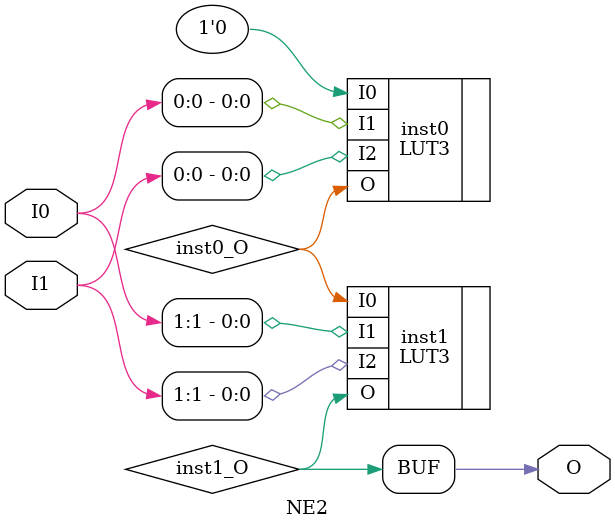
<source format=v>
module NE2 (input [1:0] I0, input [1:0] I1, output  O);
wire  inst0_O;
wire  inst1_O;
LUT3 #(.INIT(8'hBE)) inst0 (.I0(1'b0), .I1(I0[0]), .I2(I1[0]), .O(inst0_O));
LUT3 #(.INIT(8'hBE)) inst1 (.I0(inst0_O), .I1(I0[1]), .I2(I1[1]), .O(inst1_O));
assign O = inst1_O;
endmodule


</source>
